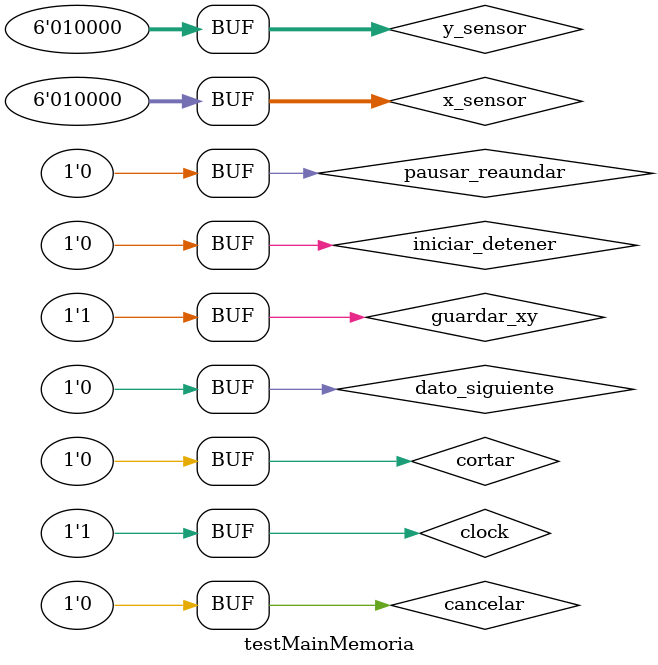
<source format=v>
`timescale 1ns / 1ps


module testMainMemoria;

	// Inputs
	reg iniciar_detener;
	reg pausar_reaundar;
	reg cancelar;
	reg cortar;
	reg [5:0] x_sensor;
	reg [5:0] y_sensor;
	reg cortando;
	reg guardar_xy;
	reg dato_siguiente;
	reg clock;
	reg [3:0] estado_actual;

	// Outputs
	wire [5:0] x_salida;
	wire [5:0] y_salida;
	wire corte_terminado;

	// Instantiate the Unit Under Test (UUT)
	mainMemoria uut (
		.iniciar_detener(iniciar_detener), 
		.pausar_reaundar(pausar_reaundar), 
		.cancelar(cancelar), 
		.cortar(cortar), 
		.x_sensor(x_sensor), 
		.y_sensor(y_sensor), 
		.x_salida(x_salida), 
		.y_salida(y_salida), 
		.cortando(cortando), 
		.guardar_xy(guardar_xy), 
		.corte_terminado(corte_terminado), 
		.dato_siguiente(dato_siguiente), 
		.clock(clock),
		.estado_actual(estado_actual)
	);

	initial begin
		// Initialize Inputs
		iniciar_detener = 0;
		pausar_reaundar = 0;
		cancelar = 0;
		cortar = 0;
		x_sensor = 0;
		y_sensor = 0;
		cortar = 0;
		guardar_xy = 0;
		dato_siguiente = 0;
		// Wait 100 ns for global reset to finish
		#100;

		iniciar_detener = 1;
		pausar_reaundar = 0;
		cancelar = 0;
		cortar = 0;
		x_sensor = 0;
		y_sensor = 0;
		cortar = 0;
		guardar_xy = 0;
		dato_siguiente = 0;
		
		#100;
		
		iniciar_detener = 0;
		pausar_reaundar = 0;
		cancelar = 0;
		cortar = 0;
		x_sensor = 16;
		y_sensor = 16;
		cortar = 0;
		guardar_xy = 1;
		dato_siguiente = 0;
        
		// Add stimulus here

	end
	
	always begin 
	clock = 0;#5;
	clock = 1;#5;
	end
      
endmodule


</source>
